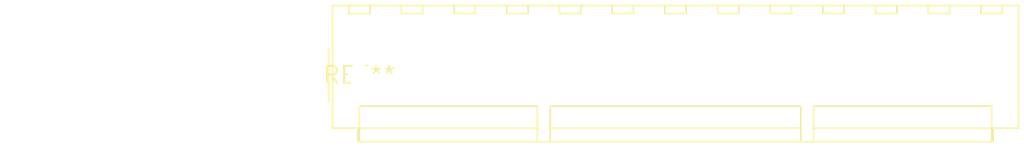
<source format=kicad_pcb>
(kicad_pcb (version 20240108) (generator pcbnew)
  (layers (0 "F.Cu" signal) (31 "B.Cu" signal) (34 "B.Paste" user) (35 "F.Paste" user) (36 "B.SilkS" user "B.Silkscreen") (37 "F.SilkS" user "F.Silkscreen") (38 "B.Mask" user) (39 "F.Mask" user) (44 "Edge.Cuts" user))
  (net 0 "")
  (footprint "Molex_KK-396_A-41791-0013_1x13_P3.96mm_Vertical" (layer "F.Cu") (at 0 0)
    (property "Reference" "REF**")
    (property "Value" "Molex_KK-396_A-41791-0013_1x13_P3.96mm_Vertical")
    (fp_line (start -2.31 -2) (end -2.31 2) (layer "F.SilkS") (stroke (width 0.12)))
    (fp_line (start -2.02 -5.22) (end 49.54 -5.22) (layer "F.SilkS") (stroke (width 0.12)))
    (fp_line (start -2.02 4.005) (end -2.02 -5.22) (layer "F.SilkS") (stroke (width 0.12)))
    (fp_line (start -0.8 -5.22) (end -0.8 -4.62) (layer "F.SilkS") (stroke (width 0.12)))
    (fp_line (start -0.8 -4.62) (end 0.8 -4.62) (layer "F.SilkS") (stroke (width 0.12)))
    (fp_line (start -0.115 4.005) (end -2.02 4.005) (layer "F.SilkS") (stroke (width 0.12)))
    (fp_line (start -0.115 5.01) (end -0.115 4.005) (layer "F.SilkS") (stroke (width 0.12)))
    (fp_line (start 0 2.34) (end 13.38 2.34) (layer "F.SilkS") (stroke (width 0.12)))
    (fp_line (start 0 4.01) (end 0 2.34) (layer "F.SilkS") (stroke (width 0.12)))
    (fp_line (start 0 4.01) (end 13.38 4.01) (layer "F.SilkS") (stroke (width 0.12)))
    (fp_line (start 0 5.01) (end 0 4.01) (layer "F.SilkS") (stroke (width 0.12)))
    (fp_line (start 0.8 -4.62) (end 0.8 -5.22) (layer "F.SilkS") (stroke (width 0.12)))
    (fp_line (start 3.16 -5.22) (end 3.16 -4.62) (layer "F.SilkS") (stroke (width 0.12)))
    (fp_line (start 3.16 -4.62) (end 4.76 -4.62) (layer "F.SilkS") (stroke (width 0.12)))
    (fp_line (start 4.76 -4.62) (end 4.76 -5.22) (layer "F.SilkS") (stroke (width 0.12)))
    (fp_line (start 7.12 -5.22) (end 7.12 -4.62) (layer "F.SilkS") (stroke (width 0.12)))
    (fp_line (start 7.12 -4.62) (end 8.72 -4.62) (layer "F.SilkS") (stroke (width 0.12)))
    (fp_line (start 8.72 -4.62) (end 8.72 -5.22) (layer "F.SilkS") (stroke (width 0.12)))
    (fp_line (start 11.08 -5.22) (end 11.08 -4.62) (layer "F.SilkS") (stroke (width 0.12)))
    (fp_line (start 11.08 -4.62) (end 12.68 -4.62) (layer "F.SilkS") (stroke (width 0.12)))
    (fp_line (start 12.68 -4.62) (end 12.68 -5.22) (layer "F.SilkS") (stroke (width 0.12)))
    (fp_line (start 13.38 2.34) (end 13.38 4.01) (layer "F.SilkS") (stroke (width 0.12)))
    (fp_line (start 13.38 4.01) (end 13.38 5.01) (layer "F.SilkS") (stroke (width 0.12)))
    (fp_line (start 14.34 2.34) (end 33.18 2.34) (layer "F.SilkS") (stroke (width 0.12)))
    (fp_line (start 14.34 4.01) (end 14.34 2.34) (layer "F.SilkS") (stroke (width 0.12)))
    (fp_line (start 14.34 4.01) (end 33.18 4.01) (layer "F.SilkS") (stroke (width 0.12)))
    (fp_line (start 14.34 5.01) (end 14.34 4.01) (layer "F.SilkS") (stroke (width 0.12)))
    (fp_line (start 15.04 -5.22) (end 15.04 -4.62) (layer "F.SilkS") (stroke (width 0.12)))
    (fp_line (start 15.04 -4.62) (end 16.64 -4.62) (layer "F.SilkS") (stroke (width 0.12)))
    (fp_line (start 16.64 -4.62) (end 16.64 -5.22) (layer "F.SilkS") (stroke (width 0.12)))
    (fp_line (start 19 -5.22) (end 19 -4.62) (layer "F.SilkS") (stroke (width 0.12)))
    (fp_line (start 19 -4.62) (end 20.6 -4.62) (layer "F.SilkS") (stroke (width 0.12)))
    (fp_line (start 20.6 -4.62) (end 20.6 -5.22) (layer "F.SilkS") (stroke (width 0.12)))
    (fp_line (start 22.96 -5.22) (end 22.96 -4.62) (layer "F.SilkS") (stroke (width 0.12)))
    (fp_line (start 22.96 -4.62) (end 24.56 -4.62) (layer "F.SilkS") (stroke (width 0.12)))
    (fp_line (start 24.56 -4.62) (end 24.56 -5.22) (layer "F.SilkS") (stroke (width 0.12)))
    (fp_line (start 26.92 -5.22) (end 26.92 -4.62) (layer "F.SilkS") (stroke (width 0.12)))
    (fp_line (start 26.92 -4.62) (end 28.52 -4.62) (layer "F.SilkS") (stroke (width 0.12)))
    (fp_line (start 28.52 -4.62) (end 28.52 -5.22) (layer "F.SilkS") (stroke (width 0.12)))
    (fp_line (start 30.88 -5.22) (end 30.88 -4.62) (layer "F.SilkS") (stroke (width 0.12)))
    (fp_line (start 30.88 -4.62) (end 32.48 -4.62) (layer "F.SilkS") (stroke (width 0.12)))
    (fp_line (start 32.48 -4.62) (end 32.48 -5.22) (layer "F.SilkS") (stroke (width 0.12)))
    (fp_line (start 33.18 2.34) (end 33.18 4.01) (layer "F.SilkS") (stroke (width 0.12)))
    (fp_line (start 33.18 4.01) (end 33.18 5.01) (layer "F.SilkS") (stroke (width 0.12)))
    (fp_line (start 34.14 2.34) (end 47.52 2.34) (layer "F.SilkS") (stroke (width 0.12)))
    (fp_line (start 34.14 4.01) (end 34.14 2.34) (layer "F.SilkS") (stroke (width 0.12)))
    (fp_line (start 34.14 4.01) (end 47.52 4.01) (layer "F.SilkS") (stroke (width 0.12)))
    (fp_line (start 34.14 5.01) (end 34.14 4.01) (layer "F.SilkS") (stroke (width 0.12)))
    (fp_line (start 34.84 -5.22) (end 34.84 -4.62) (layer "F.SilkS") (stroke (width 0.12)))
    (fp_line (start 34.84 -4.62) (end 36.44 -4.62) (layer "F.SilkS") (stroke (width 0.12)))
    (fp_line (start 36.44 -4.62) (end 36.44 -5.22) (layer "F.SilkS") (stroke (width 0.12)))
    (fp_line (start 38.8 -5.22) (end 38.8 -4.62) (layer "F.SilkS") (stroke (width 0.12)))
    (fp_line (start 38.8 -4.62) (end 40.4 -4.62) (layer "F.SilkS") (stroke (width 0.12)))
    (fp_line (start 40.4 -4.62) (end 40.4 -5.22) (layer "F.SilkS") (stroke (width 0.12)))
    (fp_line (start 42.76 -5.22) (end 42.76 -4.62) (layer "F.SilkS") (stroke (width 0.12)))
    (fp_line (start 42.76 -4.62) (end 44.36 -4.62) (layer "F.SilkS") (stroke (width 0.12)))
    (fp_line (start 44.36 -4.62) (end 44.36 -5.22) (layer "F.SilkS") (stroke (width 0.12)))
    (fp_line (start 46.72 -5.22) (end 46.72 -4.62) (layer "F.SilkS") (stroke (width 0.12)))
    (fp_line (start 46.72 -4.62) (end 48.32 -4.62) (layer "F.SilkS") (stroke (width 0.12)))
    (fp_line (start 47.52 2.34) (end 47.52 4.01) (layer "F.SilkS") (stroke (width 0.12)))
    (fp_line (start 47.52 4.01) (end 47.52 5.01) (layer "F.SilkS") (stroke (width 0.12)))
    (fp_line (start 47.635 4.005) (end 47.635 5.01) (layer "F.SilkS") (stroke (width 0.12)))
    (fp_line (start 47.635 5.01) (end -0.115 5.01) (layer "F.SilkS") (stroke (width 0.12)))
    (fp_line (start 48.32 -4.62) (end 48.32 -5.22) (layer "F.SilkS") (stroke (width 0.12)))
    (fp_line (start 49.54 -5.22) (end 49.54 4.005) (layer "F.SilkS") (stroke (width 0.12)))
    (fp_line (start 49.54 4.005) (end 47.635 4.005) (layer "F.SilkS") (stroke (width 0.12)))
    (pad "1" thru_hole roundrect (at 0 0) (size 3.16 4.1) (drill 1.7) (layers *.Cu *.Mask) (remove_unused_layers) (roundrect_rratio 0.079114))
    (pad "2" thru_hole oval (at 3.96 0) (size 3.16 4.1) (drill 1.7) (layers *.Cu *.Mask) (remove_unused_layers))
    (pad "3" thru_hole oval (at 7.92 0) (size 3.16 4.1) (drill 1.7) (layers *.Cu *.Mask) (remove_unused_layers))
    (pad "4" thru_hole oval (at 11.88 0) (size 3.16 4.1) (drill 1.7) (layers *.Cu *.Mask) (remove_unused_layers))
    (pad "5" thru_hole oval (at 15.84 0) (size 3.16 4.1) (drill 1.7) (layers *.Cu *.Mask) (remove_unused_layers))
    (pad "6" thru_hole oval (at 19.8 0) (size 3.16 4.1) (drill 1.7) (layers *.Cu *.Mask) (remove_unused_layers))
    (pad "7" thru_hole oval (at 23.76 0) (size 3.16 4.1) (drill 1.7) (layers *.Cu *.Mask) (remove_unused_layers))
    (pad "8" thru_hole oval (at 27.72 0) (size 3.16 4.1) (drill 1.7) (layers *.Cu *.Mask) (remove_unused_layers))
    (pad "9" thru_hole oval (at 31.68 0) (size 3.16 4.1) (drill 1.7) (layers *.Cu *.Mask) (remove_unused_layers))
    (pad "10" thru_hole oval (at 35.64 0) (size 3.16 4.1) (drill 1.7) (layers *.Cu *.Mask) (remove_unused_layers))
    (pad "11" thru_hole oval (at 39.6 0) (size 3.16 4.1) (drill 1.7) (layers *.Cu *.Mask) (remove_unused_layers))
    (pad "12" thru_hole oval (at 43.56 0) (size 3.16 4.1) (drill 1.7) (layers *.Cu *.Mask) (remove_unused_layers))
    (pad "13" thru_hole oval (at 47.52 0) (size 3.16 4.1) (drill 1.7) (layers *.Cu *.Mask) (remove_unused_layers))
  )
)
</source>
